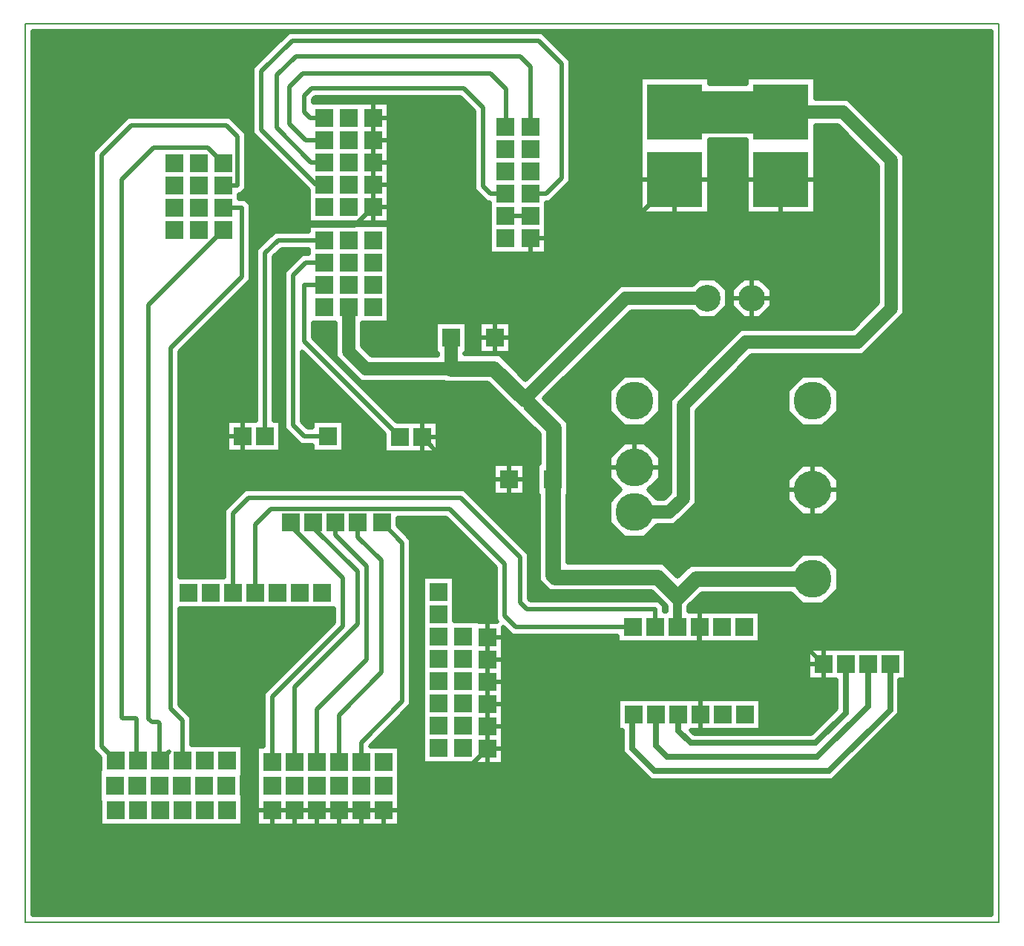
<source format=gbr>
G04 PROTEUS RS274X GERBER FILE*
%FSLAX45Y45*%
%MOMM*%
G01*
%ADD15C,0.508000*%
%ADD16C,4.826000*%
%ADD17C,0.635000*%
%ADD18C,1.524000*%
%ADD19C,1.778000*%
%ADD70C,1.016000*%
%ADD10R,2.032000X2.032000*%
%ADD11R,6.350000X6.350000*%
%ADD12C,3.048000*%
%ADD13C,4.318000*%
%ADD14C,0.203200*%
%TD.AperFunction*%
G36*
X+793641Y-2663641D02*
X-10143641Y-2663641D01*
X-10143641Y+7423641D01*
X+793641Y+7423641D01*
X+793641Y-2663641D01*
G37*
%LPC*%
G36*
X-7865659Y+6421841D02*
X-7708901Y+6265083D01*
X-7708901Y+5617537D01*
X-7768417Y+5558021D01*
X-7790541Y+5558021D01*
X-7790541Y+5507218D01*
X-7717617Y+5507218D01*
X-7658101Y+5447702D01*
X-7658101Y+4580717D01*
X-8470901Y+3767917D01*
X-8470901Y+1193619D01*
X-7963079Y+1193619D01*
X-7963079Y+1959603D01*
X-7725583Y+2197099D01*
X-5218257Y+2197099D01*
X-4483101Y+1461943D01*
X-4483101Y+943783D01*
X-4466417Y+927099D01*
X-2997298Y+927099D01*
X-2937782Y+867583D01*
X-2937782Y+797259D01*
X-2912396Y+797259D01*
X-2912396Y+800835D01*
X-2912398Y+859045D01*
X-3082054Y+1028701D01*
X-4256905Y+1028701D01*
X-4372740Y+1144536D01*
X-4372740Y+2132201D01*
X-4385440Y+2132201D01*
X-4385440Y+2487799D01*
X-4366978Y+2487799D01*
X-4366978Y+2821283D01*
X-4651428Y+3105732D01*
X-4952805Y+3407110D01*
X-5436906Y+3407110D01*
X-5449606Y+3419810D01*
X-6406774Y+3419810D01*
X-6690739Y+3703775D01*
X-6690739Y+4095821D01*
X-6946901Y+4095821D01*
X-6946901Y+3923423D01*
X-5992017Y+2968539D01*
X-5526101Y+2968539D01*
X-5526101Y+2612941D01*
X-6135699Y+2612941D01*
X-6135699Y+2824857D01*
X-7073901Y+3763059D01*
X-7073901Y+2966722D01*
X-7006417Y+2899238D01*
X-6955618Y+2899238D01*
X-6955618Y+2975438D01*
X-6600020Y+2975438D01*
X-6600020Y+2619840D01*
X-6955618Y+2619840D01*
X-6955618Y+2696040D01*
X-7090583Y+2696040D01*
X-7277099Y+2882556D01*
X-7277099Y+4677583D01*
X-7071463Y+4883219D01*
X-6996139Y+4883219D01*
X-6996139Y+4934021D01*
X-7304797Y+4934021D01*
X-7391402Y+4847416D01*
X-7391401Y+2976418D01*
X-7315201Y+2976418D01*
X-7315201Y+2620820D01*
X-7924799Y+2620820D01*
X-7924799Y+2976418D01*
X-7594599Y+2976418D01*
X-7594598Y+4931584D01*
X-7388963Y+5137219D01*
X-6996139Y+5137219D01*
X-6996139Y+5213419D01*
X-6441079Y+5213419D01*
X-6441079Y+5215559D01*
X-6085481Y+5215559D01*
X-6085481Y+4097961D01*
X-6360541Y+4097961D01*
X-6360541Y+4095821D01*
X-6385941Y+4095821D01*
X-6385941Y+3830025D01*
X-6280524Y+3724608D01*
X-5520919Y+3724608D01*
X-5520919Y+3746581D01*
X-5546319Y+3746581D01*
X-5546319Y+4102179D01*
X-5190721Y+4102179D01*
X-5190721Y+3746581D01*
X-5216121Y+3746581D01*
X-5216121Y+3737308D01*
X-4816034Y+3737308D01*
X-4525706Y+3446978D01*
X-3442644Y+4530040D01*
X-2618889Y+4530040D01*
X-2542689Y+4606240D01*
X-2353311Y+4606240D01*
X-2219401Y+4472330D01*
X-2219401Y+4282952D01*
X-2353311Y+4149042D01*
X-2542689Y+4149042D01*
X-2618889Y+4225242D01*
X-3316394Y+4225242D01*
X-4310182Y+3231454D01*
X-4036780Y+2958054D01*
X-4036780Y+2487799D01*
X-4029842Y+2487799D01*
X-4029842Y+2132201D01*
X-4042542Y+2132201D01*
X-4042542Y+1358899D01*
X-2945284Y+1358899D01*
X-2785405Y+1199020D01*
X-2647706Y+1336719D01*
X-1494331Y+1336719D01*
X-1367331Y+1463719D01*
X-1125349Y+1463719D01*
X-954241Y+1292611D01*
X-954241Y+1050629D01*
X-1125349Y+879521D01*
X-1367331Y+879521D01*
X-1494331Y+1006521D01*
X-2510936Y+1006521D01*
X-2658395Y+859062D01*
X-2658392Y+797259D01*
X-1845581Y+797259D01*
X-1845581Y+441661D01*
X-3471179Y+441661D01*
X-3471179Y+517861D01*
X-4677583Y+517861D01*
X-4779021Y+619299D01*
X-4779021Y-939979D01*
X-5134619Y-939979D01*
X-5134619Y-937439D01*
X-5414019Y-937439D01*
X-5414019Y-934899D01*
X-5690879Y-934899D01*
X-5690879Y+1198699D01*
X-5335281Y+1198699D01*
X-5335281Y+688159D01*
X-5058421Y+688159D01*
X-5058421Y+685619D01*
X-4845341Y+685619D01*
X-4864099Y+704377D01*
X-4864099Y+1299037D01*
X-5431963Y+1866901D01*
X-5981801Y+1866901D01*
X-5981801Y+1781083D01*
X-5824222Y+1623504D01*
X-5824222Y-269404D01*
X-6291599Y-736781D01*
X-5965201Y-736781D01*
X-5965201Y-1646099D01*
X-7590799Y-1646099D01*
X-7590799Y-736781D01*
X-7514599Y-736781D01*
X-7514599Y-131917D01*
X-6710679Y+672003D01*
X-6710679Y+838021D01*
X-8470901Y+838021D01*
X-8470901Y-268917D01*
X-8337401Y-402417D01*
X-8337401Y-724081D01*
X-7753201Y-724081D01*
X-7753201Y-1079679D01*
X-7759081Y-1079679D01*
X-7759081Y-1290501D01*
X-7753201Y-1290501D01*
X-7753201Y-1646099D01*
X-9378799Y-1646099D01*
X-9378799Y-1364159D01*
X-9384679Y-1364159D01*
X-9384679Y-1008561D01*
X-9378799Y-1008561D01*
X-9378799Y-867763D01*
X-9464039Y-782523D01*
X-9464039Y+6046643D01*
X-9059083Y+6451599D01*
X-7895417Y+6451599D01*
X-7865659Y+6421841D01*
G37*
G36*
X-4300787Y+7387826D02*
X-4005202Y+7092241D01*
X-4005202Y+5703816D01*
X-4242857Y+5466161D01*
X-4285281Y+5466161D01*
X-4285281Y+4881961D01*
X-4572301Y+4881961D01*
X-4572301Y+4879421D01*
X-4927899Y+4879421D01*
X-4927899Y+5464016D01*
X-4962363Y+5464092D01*
X-5021878Y+5523608D01*
X-5112486Y+5614216D01*
X-5112486Y+6506630D01*
X-5270314Y+6664458D01*
X-6921914Y+6664458D01*
X-6942201Y+6644171D01*
X-6942201Y+6611559D01*
X-6085481Y+6611559D01*
X-6085481Y+5239961D01*
X-6994799Y+5239961D01*
X-6994799Y+5614137D01*
X-7638159Y+6257497D01*
X-7638159Y+7005966D01*
X-7226542Y+7417584D01*
X-4330545Y+7417584D01*
X-4300787Y+7387826D01*
G37*
G36*
X-2425761Y+6817439D02*
X-2001119Y+6817439D01*
X-2001119Y+6893639D01*
X-1213721Y+6893639D01*
X-1213721Y+6652339D01*
X-836987Y+6652339D01*
X-194067Y+6009419D01*
X-194067Y+4193209D01*
X-667882Y+3719394D01*
X-1942642Y+3719394D01*
X-2572153Y+3089883D01*
X-2572153Y+2027633D01*
X-2818565Y+1781221D01*
X-3017649Y+1781221D01*
X-3157349Y+1641521D01*
X-3399331Y+1641521D01*
X-3570439Y+1812629D01*
X-3570439Y+2054611D01*
X-3437430Y+2187620D01*
X-3570439Y+2320629D01*
X-3570439Y+2562611D01*
X-3399331Y+2733719D01*
X-3157349Y+2733719D01*
X-2986241Y+2562611D01*
X-2986241Y+2320629D01*
X-3119250Y+2187620D01*
X-3017649Y+2086019D01*
X-2944815Y+2086019D01*
X-2876951Y+2153883D01*
X-2876951Y+3216133D01*
X-2068892Y+4024192D01*
X-794132Y+4024192D01*
X-498865Y+4319459D01*
X-498865Y+5883169D01*
X-963237Y+6347541D01*
X-1213721Y+6347541D01*
X-1213721Y+5336241D01*
X-2001119Y+5336241D01*
X-2001119Y+6182441D01*
X-2425761Y+6182441D01*
X-2425761Y+5338881D01*
X-3213159Y+5338881D01*
X-3213159Y+6896279D01*
X-2425761Y+6896279D01*
X-2425761Y+6817439D01*
G37*
G36*
X-184201Y+19842D02*
X-254051Y+19842D01*
X-254052Y-366713D01*
X-1015288Y-1127949D01*
X-3096966Y-1127949D01*
X-3414202Y-810714D01*
X-3414202Y-553499D01*
X-3468639Y-553499D01*
X-3468639Y-197901D01*
X-1843041Y-197901D01*
X-1843041Y-553499D01*
X-2633839Y-553499D01*
X-2595287Y-592051D01*
X-1260237Y-592051D01*
X-977948Y-309762D01*
X-977949Y+19842D01*
X-1301799Y+19842D01*
X-1301799Y+375440D01*
X-184201Y+375440D01*
X-184201Y+19842D01*
G37*
G36*
X-5046319Y+4102179D02*
X-4690721Y+4102179D01*
X-4690721Y+3746581D01*
X-5046319Y+3746581D01*
X-5046319Y+4102179D01*
G37*
G36*
X-2034689Y+4606240D02*
X-1845311Y+4606240D01*
X-1711401Y+4472330D01*
X-1711401Y+4282952D01*
X-1845311Y+4149042D01*
X-2034689Y+4149042D01*
X-2168599Y+4282952D01*
X-2168599Y+4472330D01*
X-2034689Y+4606240D01*
G37*
G36*
X-4885440Y+2132201D02*
X-4885440Y+2487799D01*
X-4529842Y+2487799D01*
X-4529842Y+2132201D01*
X-4885440Y+2132201D01*
G37*
G36*
X-3399331Y+3495719D02*
X-3157349Y+3495719D01*
X-2986241Y+3324611D01*
X-2986241Y+3082629D01*
X-3157349Y+2911521D01*
X-3399331Y+2911521D01*
X-3570439Y+3082629D01*
X-3570439Y+3324611D01*
X-3399331Y+3495719D01*
G37*
G36*
X-1125349Y+1895521D02*
X-1367331Y+1895521D01*
X-1538439Y+2066629D01*
X-1538439Y+2308611D01*
X-1367331Y+2479719D01*
X-1125349Y+2479719D01*
X-954241Y+2308611D01*
X-954241Y+2066629D01*
X-1125349Y+1895521D01*
G37*
G36*
X-1125349Y+2911521D02*
X-1367331Y+2911521D01*
X-1538439Y+3082629D01*
X-1538439Y+3324611D01*
X-1367331Y+3495719D01*
X-1125349Y+3495719D01*
X-954241Y+3324611D01*
X-954241Y+3082629D01*
X-1125349Y+2911521D01*
G37*
%LPD*%
D15*
X-6817000Y+5671760D02*
X-6817140Y+5671900D01*
X-6908880Y+5671900D01*
X-7536560Y+6299580D01*
X-7536560Y+6963883D01*
X-7184459Y+7315985D01*
X-4372628Y+7315985D01*
X-4106801Y+7050158D01*
X-4106801Y+5745899D01*
X-4284940Y+5567760D01*
X-4463080Y+5567760D01*
X-4463080Y+6360240D02*
X-4463080Y+6329760D01*
X-4463080Y+6360240D02*
X-4463080Y+7015101D01*
X-4584225Y+7136246D01*
X-7141554Y+7136246D01*
X-7359309Y+6918491D01*
X-7359309Y+6753940D01*
X-7359309Y+6317909D01*
X-6969143Y+5927743D01*
X-6818983Y+5927743D01*
X-6817000Y+5925760D01*
X-7213980Y+6573600D02*
X-7213980Y+6363347D01*
X-7027994Y+6178091D01*
X-6817843Y+6178917D01*
X-6817000Y+6179760D01*
X-7213980Y+6573600D02*
X-7213980Y+6789618D01*
X-7066011Y+6937587D01*
X-4920053Y+6937587D01*
X-4740314Y+6757848D01*
X-4740314Y+6337006D01*
X-4750100Y+6327220D01*
X-7043800Y+6582973D02*
X-7043800Y+6686254D01*
X-6963997Y+6766057D01*
X-5228231Y+6766057D01*
X-5010887Y+6548713D01*
X-5010887Y+5656299D01*
X-4920279Y+5565691D01*
X-6982053Y+6433900D02*
X-7043800Y+6495647D01*
X-7043800Y+6548200D01*
X-4920279Y+5565691D02*
X-4750100Y+5565220D01*
X-7043800Y+6582973D02*
X-7043800Y+6548200D01*
X-6982053Y+6433900D02*
X-6817140Y+6433900D01*
X-6817000Y+6433760D01*
X-4463080Y+5313760D02*
X-4465620Y+5311220D01*
X-4750100Y+5311220D01*
X-7493000Y+2798619D02*
X-7493000Y+4889500D01*
X-7346880Y+5035620D01*
X-6818340Y+5035620D01*
X-6777819Y+2797639D02*
X-7048500Y+2797639D01*
X-7175500Y+2924639D01*
X-7175500Y+4635500D01*
X-7029380Y+4781620D01*
X-6818340Y+4781620D01*
X-5957900Y+2790740D02*
X-7048500Y+3881340D01*
X-7048500Y+4527620D01*
X-6818340Y+4527620D01*
D16*
X-1607420Y+6499940D02*
X-2816820Y+6499940D01*
X-2819460Y+6502580D01*
D17*
X-3306253Y-766000D02*
X-3306253Y-391113D01*
X-3290840Y-375700D01*
X-3306253Y-766000D02*
X-3052253Y-1020000D01*
X-1060001Y-1020000D01*
X-362000Y-321999D01*
X-362000Y+197641D01*
X-3036840Y-375700D02*
X-3038000Y-376860D01*
X-3038000Y-732000D01*
X-2910000Y-860000D01*
X-1196929Y-860000D01*
X-616000Y-279071D01*
X-616000Y+197641D01*
X-2782840Y-375700D02*
X-2780000Y-378540D01*
X-2780000Y-560000D01*
X-2640000Y-700000D01*
X-1215524Y-700000D01*
X-870000Y-354476D01*
X-870000Y+197641D01*
D15*
X-4463080Y+5059760D02*
X-3492280Y+5059760D01*
X-2819460Y+5732580D01*
X-6263280Y+5417760D02*
X-5608260Y+5417760D01*
X-4762500Y+4572000D01*
X-6143000Y-1468300D02*
X-5662940Y-1468300D01*
X-4956820Y-762180D01*
X-4956820Y-254180D02*
X-4064000Y-254180D01*
X-3873320Y-63500D01*
X-2667000Y-63500D01*
X-4463080Y+5059760D02*
X-4463080Y+4871420D01*
X-4762500Y+4572000D01*
X-4762500Y+4508500D01*
X-4868520Y+4402480D01*
X-4868520Y+3924380D01*
X-2667000Y-63500D02*
X-2540000Y+63500D01*
X-2540000Y+444500D01*
X-1587500Y+444500D02*
X-1370859Y+444500D01*
X-1124000Y+197641D01*
X-2667000Y-63500D02*
X-2528840Y-201660D01*
X-2528840Y-375700D01*
X-5703900Y+2790740D02*
X-5223160Y+2310000D01*
X-4707641Y+2310000D01*
X-2819460Y+5732580D02*
X-2222500Y+5732580D01*
X-2219860Y+5729940D01*
X-1607420Y+5729940D01*
X-1587500Y+444500D02*
X-1714500Y+317500D01*
X-2413000Y+317500D01*
X-2540000Y+444500D01*
X-4956820Y-180D02*
X-4956820Y+253820D01*
X-4956820Y+507820D01*
X-4956820Y-254180D02*
X-4956820Y-180D01*
X-4956820Y-508180D02*
X-4956820Y-254180D01*
X-4956820Y-762180D02*
X-4956820Y-508180D01*
X-6651000Y-1468300D02*
X-6397000Y-1468300D01*
X-6143000Y-1468300D01*
X-6905000Y-1468300D02*
X-6651000Y-1468300D01*
X-6263280Y+5671760D02*
X-6263280Y+5925760D01*
X-6263280Y+6179760D01*
X-6263280Y+6433760D01*
X-6263280Y+5417760D02*
X-6263280Y+5671760D01*
X-7159000Y-1468300D02*
X-6905000Y-1468300D01*
X-7413000Y-1468300D02*
X-7159000Y-1468300D01*
X-2540000Y+444500D02*
X-2540000Y+610840D01*
X-2531380Y+619460D01*
X-6263280Y+5417760D02*
X-6474040Y+5207000D01*
X-7607301Y+5207000D01*
X-7632700Y+5181601D01*
X-7632700Y+3403601D01*
X-7747000Y+3289301D01*
X-7747000Y+2798619D01*
D18*
X-5588520Y+3572209D02*
X-6343649Y+3572209D01*
X-6538340Y+3766900D01*
X-6538340Y+4273620D01*
X-5368520Y+3572209D02*
X-5444936Y+3572209D01*
X-5588520Y+3572209D02*
X-5444936Y+3572209D01*
X-5368520Y+3572209D02*
X-5368520Y+3924380D01*
D15*
X-7968340Y+5405620D02*
X-7759700Y+5405620D01*
X-7759700Y+4622800D01*
X-8572500Y+3810000D01*
X-8572500Y-311000D01*
X-8439000Y-444500D01*
X-8439000Y-901880D01*
X-5703900Y+2790740D02*
X-5703900Y+2618380D01*
X-5876260Y+2446020D01*
X-7570701Y+2446020D01*
X-7747000Y+2622319D01*
X-7747000Y+2798619D01*
X-6159600Y+1815200D02*
X-5925820Y+1581420D01*
X-5925820Y-227320D01*
X-6397000Y-698500D01*
X-6397000Y-914580D01*
X-6436000Y+1813140D02*
X-6436000Y+1651000D01*
X-6167120Y+1382120D01*
X-6167120Y+102880D01*
X-6651000Y-381000D01*
X-6651000Y-914580D01*
X-3293380Y+619460D02*
X-4635500Y+619460D01*
X-4762500Y+746460D01*
X-4762500Y+1341120D01*
X-5389880Y+1968500D01*
X-7429500Y+1968500D01*
X-7607480Y+1790520D01*
X-7607480Y+1015820D01*
X-8699911Y-878223D02*
X-8699911Y-894969D01*
X-8693000Y-901880D01*
X-8591359Y-800239D01*
X-8699911Y-878223D02*
X-8693000Y-901880D01*
X-7968340Y+5151620D02*
X-8821420Y+4298540D01*
X-8821420Y-426691D01*
X-8785831Y-462280D01*
X-8713791Y-462280D01*
X-8699911Y-476160D01*
X-8699911Y-878223D01*
X-7968340Y+5659620D02*
X-7810500Y+5659620D01*
X-7810500Y+6223000D01*
X-7937500Y+6350000D01*
X-9017000Y+6350000D01*
X-9362440Y+6004560D01*
X-9362440Y-740440D01*
X-9201000Y-901880D01*
X-9120782Y-418971D02*
X-8965957Y-418971D01*
X-8960231Y-424697D01*
X-8960231Y-865113D01*
X-8960231Y-888649D01*
X-8947000Y-901880D01*
X-7968340Y+5913620D02*
X-8150720Y+6096000D01*
X-8763000Y+6096000D01*
X-9126220Y+5732780D01*
X-9126220Y-403860D01*
X-9120782Y-418971D01*
X-8960231Y-865113D02*
X-8947000Y-901880D01*
X-6337300Y+1234800D02*
X-6337300Y+1205663D01*
X-6337300Y+1112520D01*
X-6337300Y+1234800D02*
X-6337300Y+1205663D01*
X-6337300Y+1112520D01*
X-6337300Y+250200D01*
X-6905000Y-317500D01*
X-6905000Y-914580D01*
X-6690000Y+1813140D02*
X-6690000Y+1670960D01*
X-6337300Y+1318260D01*
X-6337300Y+1234800D01*
X-6482080Y+613420D02*
X-6497960Y+597540D01*
X-6528440Y+567060D01*
X-6482080Y+613420D02*
X-6497960Y+597540D01*
X-6528440Y+567060D01*
X-7159000Y-63500D01*
X-7159000Y-914580D01*
X-6944000Y+1813140D02*
X-6944000Y+1759861D01*
X-6438760Y+1254621D01*
X-6438760Y+656740D01*
X-6482080Y+613420D01*
X-7413000Y-914580D02*
X-7413000Y-174000D01*
X-6609080Y+629920D01*
X-6609080Y+1183640D01*
X-7198000Y+1772560D01*
X-7198000Y+1813140D01*
D19*
X-1246340Y+1171620D02*
X-2579321Y+1171620D01*
X-2785405Y+965536D01*
D15*
X-2785405Y+853448D01*
X-2785397Y+853440D01*
D19*
X-4207641Y+2310000D02*
X-4207641Y+1212921D01*
X-4188520Y+1193800D01*
X-3013669Y+1193800D01*
X-2785405Y+965536D01*
D70*
X-2785397Y+853440D01*
X-2785380Y+619460D01*
D19*
X-4207641Y+2310000D02*
X-4201879Y+2315762D01*
X-4201879Y+2889668D01*
X-4884420Y+3572209D02*
X-5368520Y+3572209D01*
D18*
X-2448000Y+4377641D02*
X-3379519Y+4377641D01*
X-4534686Y+3222474D01*
D15*
X-4467376Y+3155164D01*
D19*
X-4884420Y+3572209D02*
X-4534686Y+3222474D01*
X-4467376Y+3155164D02*
X-4201879Y+2889668D01*
D18*
X-1607420Y+6499940D02*
X-900112Y+6499940D01*
X-346466Y+5946294D01*
X-346466Y+4256334D01*
X-731007Y+3871793D01*
X-2005767Y+3871793D01*
X-2542540Y+3335020D01*
X-2724552Y+3153008D01*
X-2724552Y+2090758D01*
X-2881690Y+1933620D01*
X-3278340Y+1933620D01*
D15*
X-3039380Y+619460D02*
X-3039380Y+825500D01*
X-4508500Y+825500D01*
X-4584700Y+901700D01*
X-4584700Y+1419860D01*
X-5260340Y+2095500D01*
X-7683500Y+2095500D01*
X-7861480Y+1917520D01*
X-7861480Y+1015820D01*
X+793641Y-2663641D02*
X-10143641Y-2663641D01*
X-10143641Y+7423641D01*
X+793641Y+7423641D01*
X+793641Y-2663641D01*
X-7865659Y+6421841D02*
X-7708901Y+6265083D01*
X-7708901Y+5617537D01*
X-7768417Y+5558021D01*
X-7790541Y+5558021D01*
X-7790541Y+5507218D01*
X-7717617Y+5507218D01*
X-7658101Y+5447702D01*
X-7658101Y+4580717D01*
X-8470901Y+3767917D01*
X-8470901Y+1193619D01*
X-7963079Y+1193619D01*
X-7963079Y+1959603D01*
X-7725583Y+2197099D01*
X-5218257Y+2197099D01*
X-4483101Y+1461943D01*
X-4483101Y+943783D01*
X-4466417Y+927099D01*
X-2997298Y+927099D01*
X-2937782Y+867583D01*
X-2937782Y+797259D01*
X-2912396Y+797259D01*
X-2912396Y+800835D01*
X-2912398Y+859045D01*
X-3082054Y+1028701D01*
X-4256905Y+1028701D01*
X-4372740Y+1144536D01*
X-4372740Y+2132201D01*
X-4385440Y+2132201D01*
X-4385440Y+2487799D01*
X-4366978Y+2487799D01*
X-4366978Y+2821283D01*
X-4651428Y+3105732D01*
X-4952805Y+3407110D01*
X-5436906Y+3407110D01*
X-5449606Y+3419810D01*
X-6406774Y+3419810D01*
X-6690739Y+3703775D01*
X-6690739Y+4095821D01*
X-6946901Y+4095821D01*
X-6946901Y+3923423D01*
X-5992017Y+2968539D01*
X-5526101Y+2968539D01*
X-5526101Y+2612941D01*
X-6135699Y+2612941D01*
X-6135699Y+2824857D01*
X-7073901Y+3763059D01*
X-7073901Y+2966722D01*
X-7006417Y+2899238D01*
X-6955618Y+2899238D01*
X-6955618Y+2975438D01*
X-6600020Y+2975438D01*
X-6600020Y+2619840D01*
X-6955618Y+2619840D01*
X-6955618Y+2696040D01*
X-7090583Y+2696040D01*
X-7277099Y+2882556D01*
X-7277099Y+4677583D01*
X-7071463Y+4883219D01*
X-6996139Y+4883219D01*
X-6996139Y+4934021D01*
X-7304797Y+4934021D01*
X-7391402Y+4847416D01*
X-7391401Y+2976418D01*
X-7315201Y+2976418D01*
X-7315201Y+2620820D01*
X-7924799Y+2620820D01*
X-7924799Y+2976418D01*
X-7594599Y+2976418D01*
X-7594598Y+4931584D01*
X-7388963Y+5137219D01*
X-6996139Y+5137219D01*
X-6996139Y+5213419D01*
X-6441079Y+5213419D01*
X-6441079Y+5215559D01*
X-6085481Y+5215559D01*
X-6085481Y+4097961D01*
X-6360541Y+4097961D01*
X-6360541Y+4095821D01*
X-6385941Y+4095821D01*
X-6385941Y+3830025D01*
X-6280524Y+3724608D01*
X-5520919Y+3724608D01*
X-5520919Y+3746581D01*
X-5546319Y+3746581D01*
X-5546319Y+4102179D01*
X-5190721Y+4102179D01*
X-5190721Y+3746581D01*
X-5216121Y+3746581D01*
X-5216121Y+3737308D01*
X-4816034Y+3737308D01*
X-4525706Y+3446978D01*
X-3442644Y+4530040D01*
X-2618889Y+4530040D01*
X-2542689Y+4606240D01*
X-2353311Y+4606240D01*
X-2219401Y+4472330D01*
X-2219401Y+4282952D01*
X-2353311Y+4149042D01*
X-2542689Y+4149042D01*
X-2618889Y+4225242D01*
X-3316394Y+4225242D01*
X-4310182Y+3231454D01*
X-4036780Y+2958054D01*
X-4036780Y+2487799D01*
X-4029842Y+2487799D01*
X-4029842Y+2132201D01*
X-4042542Y+2132201D01*
X-4042542Y+1358899D01*
X-2945284Y+1358899D01*
X-2785405Y+1199020D01*
X-2647706Y+1336719D01*
X-1494331Y+1336719D01*
X-1367331Y+1463719D01*
X-1125349Y+1463719D01*
X-954241Y+1292611D01*
X-954241Y+1050629D01*
X-1125349Y+879521D01*
X-1367331Y+879521D01*
X-1494331Y+1006521D01*
X-2510936Y+1006521D01*
X-2658395Y+859062D01*
X-2658392Y+797259D01*
X-1845581Y+797259D01*
X-1845581Y+441661D01*
X-3471179Y+441661D01*
X-3471179Y+517861D01*
X-4677583Y+517861D01*
X-4779021Y+619299D01*
X-4779021Y-939979D01*
X-5134619Y-939979D01*
X-5134619Y-937439D01*
X-5414019Y-937439D01*
X-5414019Y-934899D01*
X-5690879Y-934899D01*
X-5690879Y+1198699D01*
X-5335281Y+1198699D01*
X-5335281Y+688159D01*
X-5058421Y+688159D01*
X-5058421Y+685619D01*
X-4845341Y+685619D01*
X-4864099Y+704377D01*
X-4864099Y+1299037D01*
X-5431963Y+1866901D01*
X-5981801Y+1866901D01*
X-5981801Y+1781083D01*
X-5824222Y+1623504D01*
X-5824222Y-269404D01*
X-6291599Y-736781D01*
X-5965201Y-736781D01*
X-5965201Y-1646099D01*
X-7590799Y-1646099D01*
X-7590799Y-736781D01*
X-7514599Y-736781D01*
X-7514599Y-131917D01*
X-6710679Y+672003D01*
X-6710679Y+838021D01*
X-8470901Y+838021D01*
X-8470901Y-268917D01*
X-8337401Y-402417D01*
X-8337401Y-724081D01*
X-7753201Y-724081D01*
X-7753201Y-1079679D01*
X-7759081Y-1079679D01*
X-7759081Y-1290501D01*
X-7753201Y-1290501D01*
X-7753201Y-1646099D01*
X-9378799Y-1646099D01*
X-9378799Y-1364159D01*
X-9384679Y-1364159D01*
X-9384679Y-1008561D01*
X-9378799Y-1008561D01*
X-9378799Y-867763D01*
X-9464039Y-782523D01*
X-9464039Y+6046643D01*
X-9059083Y+6451599D01*
X-7895417Y+6451599D01*
X-7865659Y+6421841D01*
X-4300787Y+7387826D02*
X-4005202Y+7092241D01*
X-4005202Y+5703816D01*
X-4242857Y+5466161D01*
X-4285281Y+5466161D01*
X-4285281Y+4881961D01*
X-4572301Y+4881961D01*
X-4572301Y+4879421D01*
X-4927899Y+4879421D01*
X-4927899Y+5464016D01*
X-4962363Y+5464092D01*
X-5021878Y+5523608D01*
X-5112486Y+5614216D01*
X-5112486Y+6506630D01*
X-5270314Y+6664458D01*
X-6921914Y+6664458D01*
X-6942201Y+6644171D01*
X-6942201Y+6611559D01*
X-6085481Y+6611559D01*
X-6085481Y+5239961D01*
X-6994799Y+5239961D01*
X-6994799Y+5614137D01*
X-7638159Y+6257497D01*
X-7638159Y+7005966D01*
X-7226542Y+7417584D01*
X-4330545Y+7417584D01*
X-4300787Y+7387826D01*
X-2425761Y+6817439D02*
X-2001119Y+6817439D01*
X-2001119Y+6893639D01*
X-1213721Y+6893639D01*
X-1213721Y+6652339D01*
X-836987Y+6652339D01*
X-194067Y+6009419D01*
X-194067Y+4193209D01*
X-667882Y+3719394D01*
X-1942642Y+3719394D01*
X-2572153Y+3089883D01*
X-2572153Y+2027633D01*
X-2818565Y+1781221D01*
X-3017649Y+1781221D01*
X-3157349Y+1641521D01*
X-3399331Y+1641521D01*
X-3570439Y+1812629D01*
X-3570439Y+2054611D01*
X-3437430Y+2187620D01*
X-3570439Y+2320629D01*
X-3570439Y+2562611D01*
X-3399331Y+2733719D01*
X-3157349Y+2733719D01*
X-2986241Y+2562611D01*
X-2986241Y+2320629D01*
X-3119250Y+2187620D01*
X-3017649Y+2086019D01*
X-2944815Y+2086019D01*
X-2876951Y+2153883D01*
X-2876951Y+3216133D01*
X-2068892Y+4024192D01*
X-794132Y+4024192D01*
X-498865Y+4319459D01*
X-498865Y+5883169D01*
X-963237Y+6347541D01*
X-1213721Y+6347541D01*
X-1213721Y+5336241D01*
X-2001119Y+5336241D01*
X-2001119Y+6182441D01*
X-2425761Y+6182441D01*
X-2425761Y+5338881D01*
X-3213159Y+5338881D01*
X-3213159Y+6896279D01*
X-2425761Y+6896279D01*
X-2425761Y+6817439D01*
X-184201Y+19842D02*
X-254051Y+19842D01*
X-254052Y-366713D01*
X-1015288Y-1127949D01*
X-3096966Y-1127949D01*
X-3414202Y-810714D01*
X-3414202Y-553499D01*
X-3468639Y-553499D01*
X-3468639Y-197901D01*
X-1843041Y-197901D01*
X-1843041Y-553499D01*
X-2633839Y-553499D01*
X-2595287Y-592051D01*
X-1260237Y-592051D01*
X-977948Y-309762D01*
X-977949Y+19842D01*
X-1301799Y+19842D01*
X-1301799Y+375440D01*
X-184201Y+375440D01*
X-184201Y+19842D01*
X-5046319Y+4102179D02*
X-4690721Y+4102179D01*
X-4690721Y+3746581D01*
X-5046319Y+3746581D01*
X-5046319Y+4102179D01*
X-2034689Y+4606240D02*
X-1845311Y+4606240D01*
X-1711401Y+4472330D01*
X-1711401Y+4282952D01*
X-1845311Y+4149042D01*
X-2034689Y+4149042D01*
X-2168599Y+4282952D01*
X-2168599Y+4472330D01*
X-2034689Y+4606240D01*
X-4885440Y+2132201D02*
X-4885440Y+2487799D01*
X-4529842Y+2487799D01*
X-4529842Y+2132201D01*
X-4885440Y+2132201D01*
X-3399331Y+3495719D02*
X-3157349Y+3495719D01*
X-2986241Y+3324611D01*
X-2986241Y+3082629D01*
X-3157349Y+2911521D01*
X-3399331Y+2911521D01*
X-3570439Y+3082629D01*
X-3570439Y+3324611D01*
X-3399331Y+3495719D01*
X-1125349Y+1895521D02*
X-1367331Y+1895521D01*
X-1538439Y+2066629D01*
X-1538439Y+2308611D01*
X-1367331Y+2479719D01*
X-1125349Y+2479719D01*
X-954241Y+2308611D01*
X-954241Y+2066629D01*
X-1125349Y+1895521D01*
X-1125349Y+2911521D02*
X-1367331Y+2911521D01*
X-1538439Y+3082629D01*
X-1538439Y+3324611D01*
X-1367331Y+3495719D01*
X-1125349Y+3495719D01*
X-954241Y+3324611D01*
X-954241Y+3082629D01*
X-1125349Y+2911521D01*
X-7590799Y-1468300D02*
X-7413000Y-1468300D01*
X-7413000Y-1646099D02*
X-7413000Y-1468300D01*
X-7159000Y-1646099D02*
X-7159000Y-1468300D01*
X-6905000Y-1646099D02*
X-6905000Y-1468300D01*
X-6651000Y-1646099D02*
X-6651000Y-1468300D01*
X-6397000Y-1646099D02*
X-6397000Y-1468300D01*
X-5965201Y-1468300D02*
X-6143000Y-1468300D01*
X-6143000Y-1646099D02*
X-6143000Y-1468300D01*
X-4956820Y-939979D02*
X-4956820Y-762180D01*
X-4779021Y-762180D02*
X-4956820Y-762180D01*
X-4779021Y-508180D02*
X-4956820Y-508180D01*
X-4779021Y-254180D02*
X-4956820Y-254180D01*
X-4779021Y-180D02*
X-4956820Y-180D01*
X-4779021Y+253820D02*
X-4956820Y+253820D01*
X-4956820Y+685619D02*
X-4956820Y+507820D01*
X-4779021Y+507820D02*
X-4956820Y+507820D01*
X-6263280Y+5239961D02*
X-6263280Y+5417760D01*
X-6085481Y+5417760D02*
X-6263280Y+5417760D01*
X-6085481Y+5671760D02*
X-6263280Y+5671760D01*
X-6085481Y+5925760D02*
X-6263280Y+5925760D01*
X-6085481Y+6179760D02*
X-6263280Y+6179760D01*
X-6263280Y+6611559D02*
X-6263280Y+6433760D01*
X-6085481Y+6433760D02*
X-6263280Y+6433760D01*
X-4463080Y+4881961D02*
X-4463080Y+5059760D01*
X-4285281Y+5059760D02*
X-4463080Y+5059760D01*
X-5526101Y+2790740D02*
X-5703900Y+2790740D01*
X-5703900Y+2968539D02*
X-5703900Y+2790740D01*
X-5703900Y+2612941D02*
X-5703900Y+2790740D01*
X-2819460Y+5338881D02*
X-2819460Y+5732580D01*
X-2425761Y+5732580D02*
X-2819460Y+5732580D01*
X-3213159Y+5732580D02*
X-2819460Y+5732580D01*
X-7924799Y+2798619D02*
X-7747000Y+2798619D01*
X-7747000Y+2620820D02*
X-7747000Y+2798619D01*
X-7747000Y+2976418D02*
X-7747000Y+2798619D01*
X-1607420Y+5336241D02*
X-1607420Y+5729940D01*
X-1213721Y+5729940D02*
X-1607420Y+5729940D01*
X-2001119Y+5729940D02*
X-1607420Y+5729940D01*
X-2531380Y+441661D02*
X-2531380Y+619460D01*
X-2531380Y+797259D02*
X-2531380Y+619460D01*
X-2528840Y-553499D02*
X-2528840Y-375700D01*
X-2528840Y-197901D02*
X-2528840Y-375700D01*
X-1301799Y+197641D02*
X-1124000Y+197641D01*
X-1124000Y+19842D02*
X-1124000Y+197641D01*
X-1124000Y+375440D02*
X-1124000Y+197641D01*
X-5046319Y+3924380D02*
X-4868520Y+3924380D01*
X-4690721Y+3924380D02*
X-4868520Y+3924380D01*
X-4868520Y+3746581D02*
X-4868520Y+3924380D01*
X-4868520Y+4102179D02*
X-4868520Y+3924380D01*
X-1940000Y+4606240D02*
X-1940000Y+4377641D01*
X-1940000Y+4149042D02*
X-1940000Y+4377641D01*
X-2168599Y+4377641D02*
X-1940000Y+4377641D01*
X-1711401Y+4377641D02*
X-1940000Y+4377641D01*
X-4707641Y+2132201D02*
X-4707641Y+2310000D01*
X-4707641Y+2487799D02*
X-4707641Y+2310000D01*
X-4529842Y+2310000D02*
X-4707641Y+2310000D01*
X-4885440Y+2310000D02*
X-4707641Y+2310000D01*
X-3278340Y+2733719D02*
X-3278340Y+2441620D01*
X-3570439Y+2441620D02*
X-3278340Y+2441620D01*
X-2986241Y+2441620D02*
X-3278340Y+2441620D01*
X-1246340Y+1895521D02*
X-1246340Y+2187620D01*
X-1246340Y+2479719D02*
X-1246340Y+2187620D01*
X-954241Y+2187620D02*
X-1246340Y+2187620D01*
X-1538439Y+2187620D02*
X-1246340Y+2187620D01*
D10*
X-9201000Y-1468300D03*
X-8947000Y-1468300D03*
X-8693000Y-1468300D03*
X-8439000Y-1468300D03*
X-8185000Y-1468300D03*
X-7931000Y-1468300D03*
X-9206880Y-1186360D03*
X-8952880Y-1186360D03*
X-8698880Y-1186360D03*
X-8444880Y-1186360D03*
X-8190880Y-1186360D03*
X-7936880Y-1186360D03*
X-9201000Y-901880D03*
X-8947000Y-901880D03*
X-8693000Y-901880D03*
X-8439000Y-901880D03*
X-8185000Y-901880D03*
X-7931000Y-901880D03*
X-7413000Y-1468300D03*
X-7159000Y-1468300D03*
X-6905000Y-1468300D03*
X-6651000Y-1468300D03*
X-6397000Y-1468300D03*
X-6143000Y-1468300D03*
X-7413000Y-1191440D03*
X-7159000Y-1191440D03*
X-6905000Y-1191440D03*
X-6651000Y-1191440D03*
X-6397000Y-1191440D03*
X-6143000Y-1191440D03*
X-7413000Y-914580D03*
X-7159000Y-914580D03*
X-6905000Y-914580D03*
X-6651000Y-914580D03*
X-6397000Y-914580D03*
X-6143000Y-914580D03*
X-5236220Y-759640D03*
X-5236220Y-505640D03*
X-5236220Y-251640D03*
X-5236220Y+2360D03*
X-5236220Y+256360D03*
X-5236220Y+510360D03*
X-8369480Y+1015820D03*
X-8115480Y+1015820D03*
X-7861480Y+1015820D03*
X-7607480Y+1015820D03*
X-7353480Y+1015820D03*
X-7099480Y+1015820D03*
X-6845480Y+1015820D03*
X-4956820Y-762180D03*
X-4956820Y-508180D03*
X-4956820Y-254180D03*
X-4956820Y-180D03*
X-4956820Y+253820D03*
X-4956820Y+507820D03*
X-5513080Y-757100D03*
X-5513080Y-503100D03*
X-5513080Y-249100D03*
X-5513080Y+4900D03*
X-5513080Y+258900D03*
X-5513080Y+512900D03*
X-5513080Y+766900D03*
X-5513080Y+1020900D03*
X-8528340Y+5913620D03*
X-8528340Y+5659620D03*
X-8528340Y+5405620D03*
X-8528340Y+5151620D03*
X-8248340Y+5913620D03*
X-8248340Y+5659620D03*
X-8248340Y+5405620D03*
X-8248340Y+5151620D03*
X-7968340Y+5913620D03*
X-7968340Y+5659620D03*
X-7968340Y+5405620D03*
X-7968340Y+5151620D03*
X-6818340Y+5035620D03*
X-6818340Y+4781620D03*
X-6818340Y+4527620D03*
X-6818340Y+4273620D03*
X-6538340Y+5035620D03*
X-6538340Y+4781620D03*
X-6538340Y+4527620D03*
X-6538340Y+4273620D03*
X-6263280Y+5037760D03*
X-6263280Y+4783760D03*
X-6263280Y+4529760D03*
X-6263280Y+4275760D03*
X-6817000Y+5417760D03*
X-6817000Y+5671760D03*
X-6817000Y+5925760D03*
X-6817000Y+6179760D03*
X-6817000Y+6433760D03*
X-6540140Y+5417760D03*
X-6540140Y+5671760D03*
X-6540140Y+5925760D03*
X-6540140Y+6179760D03*
X-6540140Y+6433760D03*
X-6263280Y+5417760D03*
X-6263280Y+5671760D03*
X-6263280Y+5925760D03*
X-6263280Y+6179760D03*
X-6263280Y+6433760D03*
X-4463080Y+6329760D03*
X-4463080Y+6075760D03*
X-4463080Y+5821760D03*
X-4463080Y+5567760D03*
X-4463080Y+5313760D03*
X-4463080Y+5059760D03*
X-4750100Y+6327220D03*
X-4750100Y+6073220D03*
X-4750100Y+5819220D03*
X-4750100Y+5565220D03*
X-4750100Y+5311220D03*
X-4750100Y+5057220D03*
X-5703900Y+2790740D03*
X-5957900Y+2790740D03*
D11*
X-2819460Y+5732580D03*
X-2819460Y+6502580D03*
D10*
X-7747000Y+2798619D03*
X-7493000Y+2798619D03*
D11*
X-1607420Y+5729940D03*
X-1607420Y+6499940D03*
D10*
X-3293380Y+619460D03*
X-3039380Y+619460D03*
X-2785380Y+619460D03*
X-2531380Y+619460D03*
X-2277380Y+619460D03*
X-2023380Y+619460D03*
X-3290840Y-375700D03*
X-3036840Y-375700D03*
X-2782840Y-375700D03*
X-2528840Y-375700D03*
X-2274840Y-375700D03*
X-2020840Y-375700D03*
X-362000Y+197641D03*
X-616000Y+197641D03*
X-870000Y+197641D03*
X-1124000Y+197641D03*
X-7198000Y+1813140D03*
X-6944000Y+1813140D03*
X-6690000Y+1813140D03*
X-6436000Y+1813140D03*
X-6777819Y+2797639D03*
X-6159600Y+1815200D03*
X-5368520Y+3924380D03*
X-4868520Y+3924380D03*
D12*
X-2448000Y+4377641D03*
X-1940000Y+4377641D03*
D10*
X-4207641Y+2310000D03*
X-4707641Y+2310000D03*
D13*
X-3278340Y+3203620D03*
X-3278340Y+2441620D03*
X-3278340Y+1933620D03*
X-1246340Y+1171620D03*
X-1246340Y+2187620D03*
X-1246340Y+3203620D03*
D14*
X-10230000Y-2750000D02*
X+880000Y-2750000D01*
X+880000Y+7510000D01*
X-10230000Y+7510000D01*
X-10230000Y-2750000D01*
M02*

</source>
